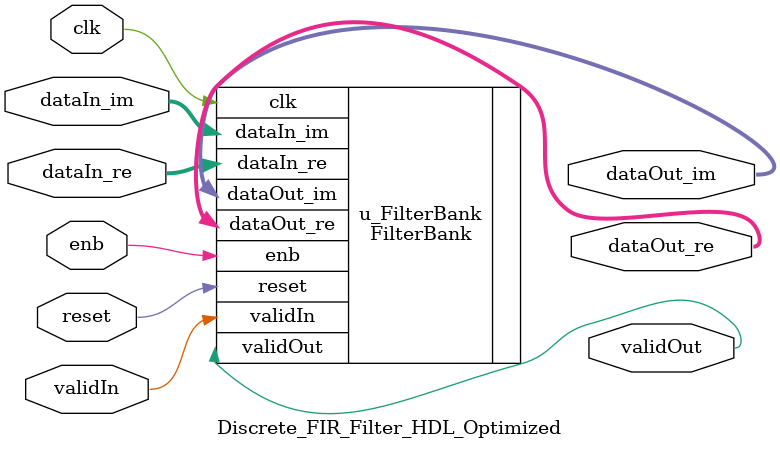
<source format=v>



`timescale 1 ns / 1 ns

module Discrete_FIR_Filter_HDL_Optimized
          (clk,
           reset,
           enb,
           dataIn_re,
           dataIn_im,
           validIn,
           dataOut_re,
           dataOut_im,
           validOut);


  input   clk;
  input   reset;
  input   enb;
  input   signed [15:0] dataIn_re;  // sfix16_En14
  input   signed [15:0] dataIn_im;  // sfix16_En14
  input   validIn;
  output  signed [39:0] dataOut_re;  // sfix40_En37
  output  signed [39:0] dataOut_im;  // sfix40_En37
  output  validOut;




  FilterBank u_FilterBank (.clk(clk),
                           .reset(reset),
                           .enb(enb),
                           .dataIn_re(dataIn_re),  // sfix16_En14
                           .dataIn_im(dataIn_im),  // sfix16_En14
                           .validIn(validIn),
                           .dataOut_re(dataOut_re),  // sfix40_En37
                           .dataOut_im(dataOut_im),  // sfix40_En37
                           .validOut(validOut)
                           );

endmodule  // Discrete_FIR_Filter_HDL_Optimized


</source>
